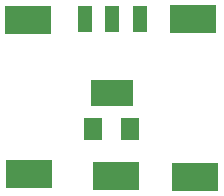
<source format=gtp>
G04 MADE WITH FRITZING*
G04 WWW.FRITZING.ORG*
G04 DOUBLE SIDED*
G04 HOLES PLATED*
G04 CONTOUR ON CENTER OF CONTOUR VECTOR*
%ASAXBY*%
%FSLAX23Y23*%
%MOIN*%
%OFA0B0*%
%SFA1.0B1.0*%
%ADD10R,0.048000X0.088000*%
%ADD11R,0.141732X0.086614*%
%ADD12R,0.153543X0.094488*%
%ADD13R,0.062992X0.074803*%
%LNPASTEMASK1*%
G90*
G70*
G54D10*
X474Y589D03*
X383Y589D03*
X292Y589D03*
G54D11*
X383Y345D03*
G54D12*
X395Y66D03*
X660Y63D03*
X105Y74D03*
X653Y591D03*
X103Y587D03*
G54D13*
X319Y223D03*
X441Y223D03*
G04 End of PasteMask1*
M02*
</source>
